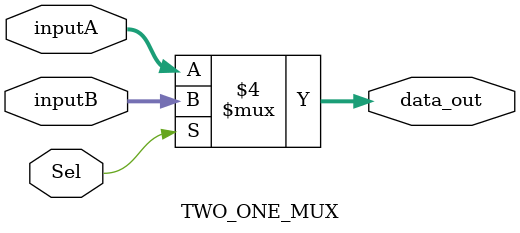
<source format=sv>

module TWO_ONE_MUX (
   input Sel,  
   input [7:0] inputA, inputB, 
   output logic [7:0] data_out
   ); 

   always_comb begin
      if(!Sel) begin
        data_out = inputA;
      end

      else begin
        data_out = inputB; 
      end
   end
endmodule 

</source>
